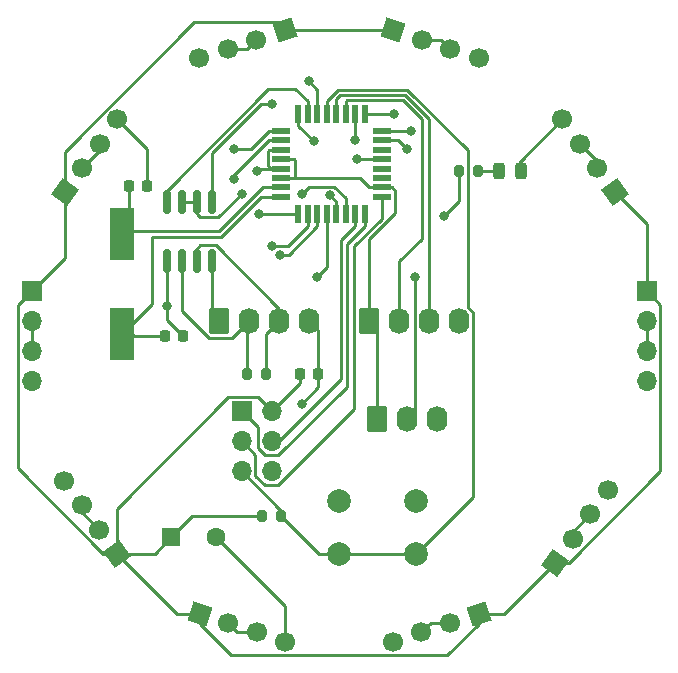
<source format=gbr>
%TF.GenerationSoftware,KiCad,Pcbnew,6.0.11+dfsg-1~bpo11+1*%
%TF.CreationDate,2023-02-26T17:05:11+01:00*%
%TF.ProjectId,ultrasonic_board,756c7472-6173-46f6-9e69-635f626f6172,rev?*%
%TF.SameCoordinates,PX8b48bd0PY4eb9cf0*%
%TF.FileFunction,Copper,L1,Top*%
%TF.FilePolarity,Positive*%
%FSLAX46Y46*%
G04 Gerber Fmt 4.6, Leading zero omitted, Abs format (unit mm)*
G04 Created by KiCad (PCBNEW 6.0.11+dfsg-1~bpo11+1) date 2023-02-26 17:05:11*
%MOMM*%
%LPD*%
G01*
G04 APERTURE LIST*
G04 Aperture macros list*
%AMRoundRect*
0 Rectangle with rounded corners*
0 $1 Rounding radius*
0 $2 $3 $4 $5 $6 $7 $8 $9 X,Y pos of 4 corners*
0 Add a 4 corners polygon primitive as box body*
4,1,4,$2,$3,$4,$5,$6,$7,$8,$9,$2,$3,0*
0 Add four circle primitives for the rounded corners*
1,1,$1+$1,$2,$3*
1,1,$1+$1,$4,$5*
1,1,$1+$1,$6,$7*
1,1,$1+$1,$8,$9*
0 Add four rect primitives between the rounded corners*
20,1,$1+$1,$2,$3,$4,$5,0*
20,1,$1+$1,$4,$5,$6,$7,0*
20,1,$1+$1,$6,$7,$8,$9,0*
20,1,$1+$1,$8,$9,$2,$3,0*%
%AMHorizOval*
0 Thick line with rounded ends*
0 $1 width*
0 $2 $3 position (X,Y) of the first rounded end (center of the circle)*
0 $4 $5 position (X,Y) of the second rounded end (center of the circle)*
0 Add line between two ends*
20,1,$1,$2,$3,$4,$5,0*
0 Add two circle primitives to create the rounded ends*
1,1,$1,$2,$3*
1,1,$1,$4,$5*%
%AMRotRect*
0 Rectangle, with rotation*
0 The origin of the aperture is its center*
0 $1 length*
0 $2 width*
0 $3 Rotation angle, in degrees counterclockwise*
0 Add horizontal line*
21,1,$1,$2,0,0,$3*%
G04 Aperture macros list end*
%TA.AperFunction,SMDPad,CuDef*%
%ADD10RoundRect,0.225000X-0.225000X-0.250000X0.225000X-0.250000X0.225000X0.250000X-0.225000X0.250000X0*%
%TD*%
%TA.AperFunction,ComponentPad*%
%ADD11R,1.600000X1.600000*%
%TD*%
%TA.AperFunction,ComponentPad*%
%ADD12C,1.600000*%
%TD*%
%TA.AperFunction,ComponentPad*%
%ADD13RoundRect,0.249999X-0.620001X-0.845001X0.620001X-0.845001X0.620001X0.845001X-0.620001X0.845001X0*%
%TD*%
%TA.AperFunction,ComponentPad*%
%ADD14O,1.740000X2.190000*%
%TD*%
%TA.AperFunction,ComponentPad*%
%ADD15R,1.700000X1.700000*%
%TD*%
%TA.AperFunction,ComponentPad*%
%ADD16O,1.700000X1.700000*%
%TD*%
%TA.AperFunction,ComponentPad*%
%ADD17RotRect,1.700000X1.700000X216.000000*%
%TD*%
%TA.AperFunction,ComponentPad*%
%ADD18HorizOval,1.700000X0.000000X0.000000X0.000000X0.000000X0*%
%TD*%
%TA.AperFunction,ComponentPad*%
%ADD19RotRect,1.700000X1.700000X72.000000*%
%TD*%
%TA.AperFunction,ComponentPad*%
%ADD20HorizOval,1.700000X0.000000X0.000000X0.000000X0.000000X0*%
%TD*%
%TA.AperFunction,ComponentPad*%
%ADD21RotRect,1.700000X1.700000X288.000000*%
%TD*%
%TA.AperFunction,ComponentPad*%
%ADD22HorizOval,1.700000X0.000000X0.000000X0.000000X0.000000X0*%
%TD*%
%TA.AperFunction,ComponentPad*%
%ADD23RotRect,1.700000X1.700000X144.000000*%
%TD*%
%TA.AperFunction,ComponentPad*%
%ADD24HorizOval,1.700000X0.000000X0.000000X0.000000X0.000000X0*%
%TD*%
%TA.AperFunction,SMDPad,CuDef*%
%ADD25RoundRect,0.200000X-0.200000X-0.275000X0.200000X-0.275000X0.200000X0.275000X-0.200000X0.275000X0*%
%TD*%
%TA.AperFunction,SMDPad,CuDef*%
%ADD26RoundRect,0.200000X0.200000X0.275000X-0.200000X0.275000X-0.200000X-0.275000X0.200000X-0.275000X0*%
%TD*%
%TA.AperFunction,ComponentPad*%
%ADD27C,2.000000*%
%TD*%
%TA.AperFunction,SMDPad,CuDef*%
%ADD28R,1.600000X0.550000*%
%TD*%
%TA.AperFunction,SMDPad,CuDef*%
%ADD29R,0.550000X1.600000*%
%TD*%
%TA.AperFunction,SMDPad,CuDef*%
%ADD30RoundRect,0.150000X-0.150000X0.825000X-0.150000X-0.825000X0.150000X-0.825000X0.150000X0.825000X0*%
%TD*%
%TA.AperFunction,SMDPad,CuDef*%
%ADD31R,2.000000X4.500000*%
%TD*%
%TA.AperFunction,SMDPad,CuDef*%
%ADD32RoundRect,0.243750X0.243750X0.456250X-0.243750X0.456250X-0.243750X-0.456250X0.243750X-0.456250X0*%
%TD*%
%TA.AperFunction,ViaPad*%
%ADD33C,0.800000*%
%TD*%
%TA.AperFunction,Conductor*%
%ADD34C,0.250000*%
%TD*%
G04 APERTURE END LIST*
D10*
%TO.P,C1,1*%
%TO.N,/XTAL1*%
X-17780000Y12700000D03*
%TO.P,C1,2*%
%TO.N,GND*%
X-16230000Y12700000D03*
%TD*%
%TO.P,C2,1*%
%TO.N,/XTAL2*%
X-14745000Y0D03*
%TO.P,C2,2*%
%TO.N,GND*%
X-13195000Y0D03*
%TD*%
D11*
%TO.P,C3,1*%
%TO.N,+5V*%
X-14210604Y-17018000D03*
D12*
%TO.P,C3,2*%
%TO.N,GND*%
X-10410604Y-17018000D03*
%TD*%
D10*
%TO.P,C4,1*%
%TO.N,+5V*%
X-3315000Y-3175000D03*
%TO.P,C4,2*%
%TO.N,GND*%
X-1765000Y-3175000D03*
%TD*%
D13*
%TO.P,J1,1,Pin_1*%
%TO.N,+5V*%
X3175000Y-6985000D03*
D14*
%TO.P,J1,2,Pin_2*%
%TO.N,/LED_DIG*%
X5715000Y-6985000D03*
%TO.P,J1,3,Pin_3*%
%TO.N,GND*%
X8255000Y-6985000D03*
%TD*%
D15*
%TO.P,J2,1,MISO*%
%TO.N,/MISO*%
X-8255000Y-6350000D03*
D16*
%TO.P,J2,2,VCC*%
%TO.N,+5V*%
X-5715000Y-6350000D03*
%TO.P,J2,3,SCK*%
%TO.N,/SCK*%
X-8255000Y-8890000D03*
%TO.P,J2,4,MOSI*%
%TO.N,/MOSI*%
X-5715000Y-8890000D03*
%TO.P,J2,5,~{RST}*%
%TO.N,/RST*%
X-8255000Y-11430000D03*
%TO.P,J2,6,GND*%
%TO.N,GND*%
X-5715000Y-11430000D03*
%TD*%
D13*
%TO.P,J3,1,Pin_1*%
%TO.N,+5V*%
X2540000Y1270000D03*
D14*
%TO.P,J3,2,Pin_2*%
%TO.N,/I2C_SDA*%
X5080000Y1270000D03*
%TO.P,J3,3,Pin_3*%
%TO.N,/I2C_SCL*%
X7620000Y1270000D03*
%TO.P,J3,4,Pin_4*%
%TO.N,GND*%
X10160000Y1270000D03*
%TD*%
D13*
%TO.P,J4,1,Pin_1*%
%TO.N,+5V*%
X-10160000Y1270000D03*
D14*
%TO.P,J4,2,Pin_2*%
%TO.N,Net-(J4-Pad2)*%
X-7620000Y1270000D03*
%TO.P,J4,3,Pin_3*%
%TO.N,Net-(J4-Pad3)*%
X-5080000Y1270000D03*
%TO.P,J4,4,Pin_4*%
%TO.N,GND*%
X-2540000Y1270000D03*
%TD*%
D15*
%TO.P,J5,1,Pin_1*%
%TO.N,+5V*%
X26035000Y3810000D03*
D16*
%TO.P,J5,2,Pin_2*%
%TO.N,/US0*%
X26035000Y1270000D03*
%TO.P,J5,3,Pin_3*%
X26035000Y-1270000D03*
%TO.P,J5,4,Pin_4*%
%TO.N,GND*%
X26035000Y-3810000D03*
%TD*%
D17*
%TO.P,J6,1,Pin_1*%
%TO.N,+5V*%
X23368000Y12192000D03*
D18*
%TO.P,J6,2,Pin_2*%
%TO.N,/US1*%
X21875025Y14246903D03*
%TO.P,J6,3,Pin_3*%
X20382051Y16301806D03*
%TO.P,J6,4,Pin_4*%
%TO.N,GND*%
X18889076Y18356709D03*
%TD*%
D19*
%TO.P,J7,1,Pin_1*%
%TO.N,+5V*%
X4572000Y25908000D03*
D20*
%TO.P,J7,2,Pin_2*%
%TO.N,/US2*%
X6987684Y25123097D03*
%TO.P,J7,3,Pin_3*%
X9403367Y24338194D03*
%TO.P,J7,4,Pin_4*%
%TO.N,GND*%
X11819051Y23553291D03*
%TD*%
D21*
%TO.P,J8,1,Pin_1*%
%TO.N,+5V*%
X-4572000Y25908000D03*
D22*
%TO.P,J8,2,Pin_2*%
%TO.N,/US3*%
X-6987684Y25123097D03*
%TO.P,J8,3,Pin_3*%
X-9403367Y24338194D03*
%TO.P,J8,4,Pin_4*%
%TO.N,GND*%
X-11819051Y23553291D03*
%TD*%
D23*
%TO.P,J9,1,Pin_1*%
%TO.N,+5V*%
X-23241000Y12192000D03*
D24*
%TO.P,J9,2,Pin_2*%
%TO.N,/US4*%
X-21748025Y14246903D03*
%TO.P,J9,3,Pin_3*%
X-20255051Y16301806D03*
%TO.P,J9,4,Pin_4*%
%TO.N,GND*%
X-18762076Y18356709D03*
%TD*%
D15*
%TO.P,J10,1,Pin_1*%
%TO.N,+5V*%
X-26035000Y3810000D03*
D16*
%TO.P,J10,2,Pin_2*%
%TO.N,/US5*%
X-26035000Y1270000D03*
%TO.P,J10,3,Pin_3*%
X-26035000Y-1270000D03*
%TO.P,J10,4,Pin_4*%
%TO.N,GND*%
X-26035000Y-3810000D03*
%TD*%
D17*
%TO.P,J11,1,Pin_1*%
%TO.N,+5V*%
X-18796000Y-18415000D03*
D18*
%TO.P,J11,2,Pin_2*%
%TO.N,/US6*%
X-20288975Y-16360097D03*
%TO.P,J11,3,Pin_3*%
X-21781949Y-14305194D03*
%TO.P,J11,4,Pin_4*%
%TO.N,GND*%
X-23274924Y-12250291D03*
%TD*%
D19*
%TO.P,J12,1,Pin_1*%
%TO.N,+5V*%
X-11811000Y-23495000D03*
D20*
%TO.P,J12,2,Pin_2*%
%TO.N,/US7*%
X-9395316Y-24279903D03*
%TO.P,J12,3,Pin_3*%
X-6979633Y-25064806D03*
%TO.P,J12,4,Pin_4*%
%TO.N,GND*%
X-4563949Y-25849709D03*
%TD*%
D21*
%TO.P,J13,1,Pin_1*%
%TO.N,+5V*%
X11811000Y-23495000D03*
D22*
%TO.P,J13,2,Pin_2*%
%TO.N,/US8*%
X9395316Y-24279903D03*
%TO.P,J13,3,Pin_3*%
X6979633Y-25064806D03*
%TO.P,J13,4,Pin_4*%
%TO.N,GND*%
X4563949Y-25849709D03*
%TD*%
D23*
%TO.P,J14,1,Pin_1*%
%TO.N,+5V*%
X18288000Y-19177000D03*
D24*
%TO.P,J14,2,Pin_2*%
%TO.N,/US9*%
X19780975Y-17122097D03*
%TO.P,J14,3,Pin_3*%
X21273949Y-15067194D03*
%TO.P,J14,4,Pin_4*%
%TO.N,GND*%
X22766924Y-13012291D03*
%TD*%
D25*
%TO.P,R1,1*%
%TO.N,+5V*%
X-6540000Y-15240000D03*
%TO.P,R1,2*%
%TO.N,/RST*%
X-4890000Y-15240000D03*
%TD*%
D26*
%TO.P,R2,1*%
%TO.N,Net-(J4-Pad3)*%
X-6160000Y-3175000D03*
%TO.P,R2,2*%
%TO.N,Net-(J4-Pad2)*%
X-7810000Y-3175000D03*
%TD*%
D25*
%TO.P,R3,1*%
%TO.N,/LED_STAT*%
X10160000Y13970000D03*
%TO.P,R3,2*%
%TO.N,Net-(D1-Pad2)*%
X11810000Y13970000D03*
%TD*%
D27*
%TO.P,SW1,1,1*%
%TO.N,GND*%
X0Y-13970000D03*
X6500000Y-13970000D03*
%TO.P,SW1,2,2*%
%TO.N,/RST*%
X0Y-18470000D03*
X6500000Y-18470000D03*
%TD*%
D28*
%TO.P,U1,1,PD3*%
%TO.N,/US5*%
X-4885000Y17405000D03*
%TO.P,U1,2,PD4*%
%TO.N,/US6*%
X-4885000Y16605000D03*
%TO.P,U1,3,GND*%
%TO.N,GND*%
X-4885000Y15805000D03*
%TO.P,U1,4,VCC*%
%TO.N,+5V*%
X-4885000Y15005000D03*
%TO.P,U1,5,GND*%
%TO.N,GND*%
X-4885000Y14205000D03*
%TO.P,U1,6,VCC*%
%TO.N,+5V*%
X-4885000Y13405000D03*
%TO.P,U1,7,XTAL1/PB6*%
%TO.N,/XTAL1*%
X-4885000Y12605000D03*
%TO.P,U1,8,XTAL2/PB7*%
%TO.N,/XTAL2*%
X-4885000Y11805000D03*
D29*
%TO.P,U1,9,PD5*%
%TO.N,/US7*%
X-3435000Y10355000D03*
%TO.P,U1,10,PD6*%
%TO.N,/US8*%
X-2635000Y10355000D03*
%TO.P,U1,11,PD7*%
%TO.N,/US9*%
X-1835000Y10355000D03*
%TO.P,U1,12,PB0*%
%TO.N,/LED_DIG*%
X-1035000Y10355000D03*
%TO.P,U1,13,PB1*%
%TO.N,/LED_STAT*%
X-235000Y10355000D03*
%TO.P,U1,14,PB2*%
%TO.N,/RS485_TXE*%
X565000Y10355000D03*
%TO.P,U1,15,PB3*%
%TO.N,/MOSI*%
X1365000Y10355000D03*
%TO.P,U1,16,PB4*%
%TO.N,/MISO*%
X2165000Y10355000D03*
D28*
%TO.P,U1,17,PB5*%
%TO.N,/SCK*%
X3615000Y11805000D03*
%TO.P,U1,18,AVCC*%
%TO.N,+5V*%
X3615000Y12605000D03*
%TO.P,U1,19,ADC6*%
%TO.N,unconnected-(U1-Pad19)*%
X3615000Y13405000D03*
%TO.P,U1,20,AREF*%
%TO.N,unconnected-(U1-Pad20)*%
X3615000Y14205000D03*
%TO.P,U1,21,GND*%
%TO.N,GND*%
X3615000Y15005000D03*
%TO.P,U1,22,ADC7*%
%TO.N,unconnected-(U1-Pad22)*%
X3615000Y15805000D03*
%TO.P,U1,23,PC0*%
%TO.N,/US0*%
X3615000Y16605000D03*
%TO.P,U1,24,PC1*%
%TO.N,/US1*%
X3615000Y17405000D03*
D29*
%TO.P,U1,25,PC2*%
%TO.N,/US2*%
X2165000Y18855000D03*
%TO.P,U1,26,PC3*%
%TO.N,/US3*%
X1365000Y18855000D03*
%TO.P,U1,27,PC4*%
%TO.N,/I2C_SDA*%
X565000Y18855000D03*
%TO.P,U1,28,PC5*%
%TO.N,/I2C_SCL*%
X-235000Y18855000D03*
%TO.P,U1,29,~{RESET}/PC6*%
%TO.N,/RST*%
X-1035000Y18855000D03*
%TO.P,U1,30,PD0*%
%TO.N,/UART_RXD*%
X-1835000Y18855000D03*
%TO.P,U1,31,PD1*%
%TO.N,/UART_TXD*%
X-2635000Y18855000D03*
%TO.P,U1,32,PD2*%
%TO.N,/US4*%
X-3435000Y18855000D03*
%TD*%
D30*
%TO.P,U2,1,RO*%
%TO.N,/UART_RXD*%
X-10795000Y11365000D03*
%TO.P,U2,2,~{RE}*%
%TO.N,/RS485_TXE*%
X-12065000Y11365000D03*
%TO.P,U2,3,DE*%
X-13335000Y11365000D03*
%TO.P,U2,4,DI*%
%TO.N,/UART_TXD*%
X-14605000Y11365000D03*
%TO.P,U2,5,GND*%
%TO.N,GND*%
X-14605000Y6415000D03*
%TO.P,U2,6,A*%
%TO.N,Net-(J4-Pad2)*%
X-13335000Y6415000D03*
%TO.P,U2,7,B*%
%TO.N,Net-(J4-Pad3)*%
X-12065000Y6415000D03*
%TO.P,U2,8,VCC*%
%TO.N,+5V*%
X-10795000Y6415000D03*
%TD*%
D31*
%TO.P,Y1,1,1*%
%TO.N,/XTAL1*%
X-18415000Y8695000D03*
%TO.P,Y1,2,2*%
%TO.N,/XTAL2*%
X-18415000Y195000D03*
%TD*%
D32*
%TO.P,D1,1,K*%
%TO.N,GND*%
X15390000Y13970000D03*
%TO.P,D1,2,A*%
%TO.N,Net-(D1-Pad2)*%
X13515000Y13970000D03*
%TD*%
D33*
%TO.N,GND*%
X-6985000Y13970000D03*
X-14605000Y2540000D03*
X-3175000Y-5715000D03*
X1505000Y15005000D03*
%TO.N,/LED_DIG*%
X-1905000Y4989990D03*
X6424990Y4989990D03*
%TO.N,/US0*%
X5715000Y15875000D03*
%TO.N,/US4*%
X-2140000Y16510000D03*
%TO.N,/US8*%
X-5714966Y7620000D03*
%TO.N,/US1*%
X6090000Y17405000D03*
%TO.N,/US5*%
X-8890000Y15875000D03*
%TO.N,/US9*%
X-4989964Y6888664D03*
%TO.N,/US6*%
X-8890000Y13335000D03*
%TO.N,/US2*%
X4640000Y18855000D03*
%TO.N,/US7*%
X-6790000Y10355000D03*
%TO.N,/US3*%
X1365000Y16605000D03*
%TO.N,/LED_STAT*%
X-765000Y11935000D03*
X8890000Y10160000D03*
%TO.N,/RS485_TXE*%
X-8255000Y12065000D03*
X-3175000Y12065000D03*
%TO.N,/UART_RXD*%
X-5715000Y19685000D03*
X-2540000Y21590000D03*
%TD*%
D34*
%TO.N,GND*%
X1505000Y15005000D02*
X1505000Y15005000D01*
X-6985000Y13970000D02*
X-6985000Y13970000D01*
X-14605000Y2540000D02*
X-14605000Y3175000D01*
X-3175000Y-5715000D02*
X-3175000Y-5715000D01*
X3615000Y15005000D02*
X1505000Y15005000D01*
X-4885000Y14205000D02*
X-6750000Y14205000D01*
X-1765000Y-4305000D02*
X-3175000Y-5715000D01*
X-16230000Y12700000D02*
X-16230000Y15824633D01*
X-14605000Y1410000D02*
X-14605000Y2540000D01*
X-6750000Y14205000D02*
X-6985000Y13970000D01*
X-4563949Y-22846051D02*
X-4582553Y-22846051D01*
X-4582553Y-22846051D02*
X-10410604Y-17018000D01*
X-4885000Y15805000D02*
X-5935000Y15805000D01*
X-1765000Y495000D02*
X-2540000Y1270000D01*
X-5935000Y15805000D02*
X-6010001Y15729999D01*
X15240000Y13970000D02*
X15240000Y14707633D01*
X15240000Y14707633D02*
X18889076Y18356709D01*
X-16230000Y15824633D02*
X-18762076Y18356709D01*
X-6010001Y14469999D02*
X-5745002Y14205000D01*
X-5745002Y14205000D02*
X-4885000Y14205000D01*
X-6010001Y15729999D02*
X-6010001Y14469999D01*
X-4563949Y-22846051D02*
X-4563949Y-25849709D01*
X-1765000Y-3175000D02*
X-1765000Y-4305000D01*
X-13195000Y0D02*
X-14605000Y1410000D01*
X-14605000Y6415000D02*
X-14605000Y3175000D01*
X-1765000Y-3175000D02*
X-1765000Y495000D01*
%TO.N,/XTAL1*%
X-17780000Y9330000D02*
X-18415000Y8695000D01*
X-10160000Y8890000D02*
X-18220000Y8890000D01*
X-18220000Y8890000D02*
X-18415000Y8695000D01*
X-6445000Y12605000D02*
X-10160000Y8890000D01*
X-4885000Y12605000D02*
X-6445000Y12605000D01*
X-17780000Y12700000D02*
X-17780000Y9330000D01*
%TO.N,/XTAL2*%
X-14745000Y0D02*
X-17340000Y0D01*
X-15875000Y8439989D02*
X-15875000Y2735000D01*
X-17340000Y0D02*
X-18415000Y1075000D01*
X-9973600Y8439989D02*
X-15875000Y8439989D01*
X-15875000Y2735000D02*
X-18415000Y195000D01*
X-6608590Y11805000D02*
X-9973600Y8439989D01*
X-4885000Y11805000D02*
X-6608590Y11805000D01*
%TO.N,+5V*%
X-23241000Y15616787D02*
X-12275224Y26582563D01*
X-9175032Y-27024710D02*
X9175032Y-27024710D01*
X2540000Y1270000D02*
X2540000Y8253590D01*
X13970000Y-23495000D02*
X18288000Y-19177000D01*
X-3835000Y13405000D02*
X-4885000Y13405000D01*
X2565000Y12605000D02*
X1765000Y13405000D01*
X-27210001Y2634999D02*
X-26035000Y3810000D01*
X-5715000Y-6350000D02*
X-6890001Y-5174999D01*
X-4024998Y13405000D02*
X-4885000Y13405000D01*
X-15607604Y-18415000D02*
X-14210604Y-17018000D01*
X9175032Y-27024710D02*
X11811000Y-24388742D01*
X27210001Y-11432073D02*
X27210001Y2634999D01*
X4572000Y25908000D02*
X-4572000Y25908000D01*
X11811000Y-23495000D02*
X13970000Y-23495000D01*
X3175000Y635000D02*
X2540000Y1270000D01*
X11811000Y-24388742D02*
X11811000Y-23495000D01*
X-10795000Y1905000D02*
X-10160000Y1270000D01*
X2540000Y8253590D02*
X4740001Y10453591D01*
X-3759999Y13480001D02*
X-3835000Y13405000D01*
X-11811000Y-24388742D02*
X-9175032Y-27024710D01*
X-23241000Y6604000D02*
X-26035000Y3810000D01*
X-23241000Y12192000D02*
X-23241000Y6604000D01*
X4475002Y12605000D02*
X3615000Y12605000D01*
X-9365001Y-5174999D02*
X-18796000Y-14605998D01*
X-3835000Y15005000D02*
X-3759999Y14929999D01*
X-11811000Y-23495000D02*
X-11811000Y-24388742D01*
X-19973074Y-18415000D02*
X-27210001Y-11178073D01*
X27210001Y2634999D02*
X26035000Y3810000D01*
X-13716000Y-23495000D02*
X-18796000Y-18415000D01*
X-10795000Y6415000D02*
X-10795000Y1905000D01*
X26035000Y3810000D02*
X26035000Y9525000D01*
X-6890001Y-5174999D02*
X-9365001Y-5174999D01*
X-4885000Y15005000D02*
X-3835000Y15005000D01*
X26035000Y9525000D02*
X23368000Y12192000D01*
X-11811000Y-23495000D02*
X-13716000Y-23495000D01*
X19465074Y-19177000D02*
X27210001Y-11432073D01*
X-12432604Y-15240000D02*
X-14210604Y-17018000D01*
X-12275224Y26582563D02*
X-5246563Y26582563D01*
X-3315000Y-3950000D02*
X-5715000Y-6350000D01*
X-27210001Y-11178073D02*
X-27210001Y2634999D01*
X4740001Y12340001D02*
X4475002Y12605000D01*
X3615000Y12605000D02*
X2565000Y12605000D01*
X-5246563Y26582563D02*
X-4572000Y25908000D01*
X-18796000Y-18415000D02*
X-19973074Y-18415000D01*
X-3315000Y-3175000D02*
X-3315000Y-3950000D01*
X-23241000Y12192000D02*
X-23241000Y15616787D01*
X4740001Y10453591D02*
X4740001Y12340001D01*
X-18796000Y-18415000D02*
X-15607604Y-18415000D01*
X18288000Y-19177000D02*
X19465074Y-19177000D01*
X-6540000Y-15240000D02*
X-12432604Y-15240000D01*
X1765000Y13405000D02*
X-4885000Y13405000D01*
X-18796000Y-14605998D02*
X-18796000Y-18415000D01*
X3175000Y-6985000D02*
X3175000Y635000D01*
X-3759999Y14929999D02*
X-3759999Y13480001D01*
%TO.N,/LED_DIG*%
X-1035000Y10355000D02*
X-1035000Y5859990D01*
X6424990Y-6275010D02*
X6424990Y4989990D01*
X5715000Y-6985000D02*
X6424990Y-6275010D01*
X-1035000Y5859990D02*
X-1905000Y4989990D01*
%TO.N,/MISO*%
X635000Y7775000D02*
X2165000Y9305000D01*
X2165000Y9305000D02*
X2165000Y10355000D01*
X-8255000Y-6350000D02*
X-6890001Y-7714999D01*
X635000Y-4279002D02*
X635000Y7775000D01*
X-6890001Y-7714999D02*
X-6890001Y-9454001D01*
X-6279001Y-10065001D02*
X-5150999Y-10065001D01*
X-5150999Y-10065001D02*
X635000Y-4279002D01*
X-6890001Y-9454001D02*
X-6279001Y-10065001D01*
%TO.N,/SCK*%
X-5150999Y-12605001D02*
X-6279001Y-12605001D01*
X1270000Y-6184002D02*
X-5150999Y-12605001D01*
X3615000Y9965000D02*
X3615000Y11805000D01*
X1270000Y7620000D02*
X1270000Y-6184002D01*
X-7079999Y-10065001D02*
X-8255000Y-8890000D01*
X-7079999Y-11804003D02*
X-7079999Y-10065001D01*
X1270000Y7620000D02*
X3615000Y9965000D01*
X-6279001Y-12605001D02*
X-7079999Y-11804003D01*
%TO.N,/MOSI*%
X184990Y8124990D02*
X1365000Y9305000D01*
X-5080000Y-8890000D02*
X184990Y-3625010D01*
X-5715000Y-8890000D02*
X-5080000Y-8890000D01*
X1365000Y9305000D02*
X1365000Y10355000D01*
X184990Y-3625010D02*
X184990Y8124990D01*
%TO.N,/RST*%
X-1035000Y18855000D02*
X-1035000Y19921410D01*
X5792800Y20880020D02*
X10885010Y15787810D01*
X6500000Y-18470000D02*
X0Y-18470000D01*
X-76389Y20880021D02*
X5792800Y20880020D01*
X10885010Y2459989D02*
X11355010Y1989989D01*
X0Y-18470000D02*
X-1660000Y-18470000D01*
X-1660000Y-18470000D02*
X-4890000Y-15240000D01*
X-4890000Y-14795000D02*
X-8255000Y-11430000D01*
X-1035000Y19921410D02*
X-76389Y20880021D01*
X11355010Y1989989D02*
X11355010Y-13614990D01*
X-4890000Y-15240000D02*
X-4890000Y-14795000D01*
X11355010Y-13614990D02*
X6500000Y-18470000D01*
X10885010Y15787810D02*
X10885010Y2459989D01*
%TO.N,/I2C_SDA*%
X6985000Y18415000D02*
X5419999Y19980001D01*
X565000Y19905000D02*
X565000Y18855000D01*
X5419999Y19980001D02*
X640001Y19980001D01*
X5080000Y1270000D02*
X5080000Y6350000D01*
X6985000Y8255000D02*
X6985000Y18415000D01*
X5080000Y6350000D02*
X6985000Y8255000D01*
X640001Y19980001D02*
X565000Y19905000D01*
%TO.N,/I2C_SCL*%
X110011Y20430011D02*
X-235000Y20085000D01*
X7620000Y1270000D02*
X7620000Y18416410D01*
X7620000Y18416410D02*
X5606399Y20430011D01*
X5606399Y20430011D02*
X110011Y20430011D01*
X-235000Y20085000D02*
X-235000Y18855000D01*
%TO.N,/US0*%
X5715000Y15875000D02*
X5715000Y15875000D01*
X26035000Y1270000D02*
X26035000Y-1270000D01*
X4985000Y16605000D02*
X5715000Y15875000D01*
X3615000Y16605000D02*
X4985000Y16605000D01*
%TO.N,/US4*%
X-2140000Y16510000D02*
X-2140000Y16510000D01*
X-3435000Y17805000D02*
X-2140000Y16510000D01*
X-20255051Y15739877D02*
X-20255051Y16301806D01*
X-3435000Y18855000D02*
X-3435000Y17805000D01*
X-21748025Y14246903D02*
X-20255051Y15739877D01*
%TO.N,/US8*%
X7764536Y-24279903D02*
X6979633Y-25064806D01*
X9395316Y-24279903D02*
X7764536Y-24279903D01*
X-2635000Y9305000D02*
X-4320000Y7620000D01*
X-2635000Y10355000D02*
X-2635000Y9305000D01*
X-4320000Y7620000D02*
X-5714966Y7620000D01*
%TO.N,/US1*%
X6090000Y17405000D02*
X6090000Y17405000D01*
X3615000Y17405000D02*
X6090000Y17405000D01*
X20382051Y16301806D02*
X21875025Y14808832D01*
X21875025Y14808832D02*
X21875025Y14246903D01*
%TO.N,/US5*%
X-8890000Y15875000D02*
X-8890000Y15875000D01*
X-7465000Y15875000D02*
X-8890000Y15875000D01*
X-26035000Y-1270000D02*
X-26035000Y1270000D01*
X-5935000Y17405000D02*
X-7465000Y15875000D01*
X-4885000Y17405000D02*
X-5935000Y17405000D01*
%TO.N,/US9*%
X-1835000Y10355000D02*
X-1835000Y9305000D01*
X19780975Y-16560168D02*
X19780975Y-17122097D01*
X21273949Y-15067194D02*
X19780975Y-16560168D01*
X-1835000Y9305000D02*
X-4251336Y6888664D01*
X-4251336Y6888664D02*
X-4989964Y6888664D01*
%TO.N,/US6*%
X-8890000Y13335000D02*
X-8890000Y13335000D01*
X-20288975Y-16360097D02*
X-21781949Y-14867123D01*
X-4885000Y16605000D02*
X-5935000Y16605000D01*
X-8890000Y13650000D02*
X-8890000Y13335000D01*
X-5935000Y16605000D02*
X-8890000Y13650000D01*
X-21781949Y-14867123D02*
X-21781949Y-14305194D01*
%TO.N,/US2*%
X4640000Y18855000D02*
X4640000Y18855000D01*
X8618464Y25123097D02*
X9403367Y24338194D01*
X2165000Y18855000D02*
X4640000Y18855000D01*
X6987684Y25123097D02*
X8618464Y25123097D01*
%TO.N,/US7*%
X-6790000Y10355000D02*
X-6790000Y10355000D01*
X-6979633Y-25064806D02*
X-8610413Y-25064806D01*
X-8610413Y-25064806D02*
X-9395316Y-24279903D01*
X-3435000Y10355000D02*
X-6790000Y10355000D01*
%TO.N,/US3*%
X1365000Y16605000D02*
X1365000Y16605000D01*
X-9403367Y24338194D02*
X-7772587Y24338194D01*
X1365000Y18855000D02*
X1365000Y16605000D01*
X-7772587Y24338194D02*
X-6987684Y25123097D01*
%TO.N,Net-(J4-Pad2)*%
X-7810000Y-3175000D02*
X-7810000Y1080000D01*
X-13335000Y6415000D02*
X-13335000Y2166810D01*
X-13335000Y2166810D02*
X-11018180Y-150010D01*
X-11018180Y-150010D02*
X-9040010Y-150010D01*
X-9040010Y-150010D02*
X-7620000Y1270000D01*
X-7810000Y1080000D02*
X-7620000Y1270000D01*
%TO.N,Net-(D1-Pad2)*%
X13665000Y13970000D02*
X11810000Y13970000D01*
%TO.N,Net-(J4-Pad3)*%
X-11739990Y7715010D02*
X-10448242Y7715010D01*
X-12065000Y7390000D02*
X-11739990Y7715010D01*
X-10448242Y7715010D02*
X-5080000Y2346768D01*
X-5080000Y2346768D02*
X-5080000Y1270000D01*
X-12065000Y6415000D02*
X-12065000Y7390000D01*
X-6160000Y190000D02*
X-5080000Y1270000D01*
X-6160000Y-3175000D02*
X-6160000Y190000D01*
%TO.N,/LED_STAT*%
X-765000Y11935000D02*
X-895000Y12065000D01*
X8890000Y10160000D02*
X8890000Y10160000D01*
X-235000Y10355000D02*
X-235000Y11405000D01*
X10160000Y11430000D02*
X8890000Y10160000D01*
X-235000Y11405000D02*
X-765000Y11935000D01*
X10160000Y13970000D02*
X10160000Y11430000D01*
%TO.N,/RS485_TXE*%
X-3175000Y12065000D02*
X-3175000Y12065000D01*
X-8255000Y12065000D02*
X-8255000Y12065000D01*
X-11739990Y10064990D02*
X-10255010Y10064990D01*
X565000Y11678002D02*
X-416999Y12660001D01*
X-10255010Y10064990D02*
X-8255000Y12065000D01*
X-416999Y12660001D02*
X-2579999Y12660001D01*
X-13335000Y11365000D02*
X-12065000Y11365000D01*
X565000Y10355000D02*
X565000Y11678002D01*
X-12065000Y10390000D02*
X-11739990Y10064990D01*
X-2579999Y12660001D02*
X-3175000Y12065000D01*
X-12065000Y11365000D02*
X-12065000Y10390000D01*
%TO.N,/UART_RXD*%
X-2540000Y21590000D02*
X-2540000Y21590000D01*
X-5715000Y19685000D02*
X-5715000Y19685000D01*
X-1835000Y18855000D02*
X-1835000Y20885000D01*
X-10795000Y11365000D02*
X-10795000Y15513590D01*
X-6623590Y19685000D02*
X-5715000Y19685000D01*
X-10795000Y15513590D02*
X-6623590Y19685000D01*
X-1835000Y20885000D02*
X-2540000Y21590000D01*
%TO.N,/UART_TXD*%
X-2635000Y19905000D02*
X-2635000Y18855000D01*
X-3685000Y20955000D02*
X-2635000Y19905000D01*
X-5990000Y20955000D02*
X-3685000Y20955000D01*
X-14605000Y11365000D02*
X-14605000Y12340000D01*
X-14605000Y12340000D02*
X-5990000Y20955000D01*
%TD*%
M02*

</source>
